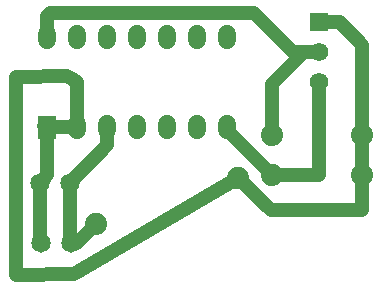
<source format=gbl>
G04 Layer: BottomLayer*
G04 EasyEDA v6.4.31, 2022-03-16 09:40:05*
G04 30f33cc809fd450ca7eb4ca7eccbfc45,10*
G04 Gerber Generator version 0.2*
G04 Scale: 100 percent, Rotated: No, Reflected: No *
G04 Dimensions in millimeters *
G04 leading zeros omitted , absolute positions ,4 integer and 5 decimal *
%FSLAX45Y45*%
%MOMM*%

%ADD11R,1.5748X1.5748*%
%ADD12C,1.5748*%
%ADD13C,1.6510*%
%ADD14C,1.8796*%
%ADD16C,1.5000*%
%ADD17C,1.2000*%

%LPD*%
D17*
X2933700Y4127500D02*
G01*
X3327400Y4127500D01*
X3327400Y4914900D01*
X3695700Y4470400D02*
G01*
X3695700Y4127500D01*
X3695700Y4470400D02*
G01*
X3695700Y5232400D01*
X3505200Y5422900D01*
X3327400Y5422900D01*
X3695700Y4127500D02*
G01*
X3695700Y3835400D01*
X2921000Y3835400D01*
X2648711Y4107942D01*
X2648711Y4107942D02*
G01*
X1257300Y3289300D01*
X767587Y3283457D01*
X767587Y4959857D01*
X1193800Y4965700D01*
X1212616Y4959857D02*
G01*
X1282700Y4921757D01*
X1282700Y4533900D01*
X2933700Y4470400D02*
G01*
X2933700Y4902088D01*
X3200511Y5168900D01*
X2552700Y4533900D02*
G01*
X2552700Y4508500D01*
X2933700Y4127500D01*
X1231900Y3556000D02*
G01*
X1281404Y3556000D01*
X1440779Y3715374D01*
X1219200Y4064000D02*
G01*
X1536700Y4381500D01*
X1536700Y4533900D01*
X1028700Y5295900D02*
G01*
X1028700Y5473700D01*
X1054100Y5499100D01*
X2781300Y5499100D01*
X3111500Y5168900D01*
X3327400Y5168900D01*
X1003300Y4546600D02*
G01*
X1016000Y4533900D01*
X1282700Y4533900D01*
X965200Y4064000D02*
G01*
X1028700Y4127500D01*
X1028700Y4533900D01*
X965200Y4064000D02*
G01*
X965200Y3568700D01*
X977900Y3556000D01*
X1219200Y4064000D02*
G01*
X1219200Y3568700D01*
X1231900Y3556000D01*
D11*
G01*
X3327400Y5422900D03*
D12*
G01*
X3327400Y5168900D03*
G01*
X3327400Y4914900D03*
D13*
G01*
X965200Y4064000D03*
G01*
X1219200Y4064000D03*
G01*
X1231900Y3556000D03*
G01*
X977900Y3556000D03*
D14*
G01*
X3695700Y4470400D03*
G01*
X2933700Y4470400D03*
G01*
X3695700Y4127500D03*
G01*
X2933700Y4127500D03*
G01*
X2648620Y4107825D03*
G01*
X1440779Y3715374D03*
G36*
X953698Y4633899D02*
G01*
X1103701Y4633899D01*
X1103701Y4433900D01*
X953698Y4433900D01*
G37*
D16*
X1282700Y4558898D02*
G01*
X1282700Y4508898D01*
X1536700Y4558898D02*
G01*
X1536700Y4508898D01*
X1790700Y4558898D02*
G01*
X1790700Y4508898D01*
X2044700Y4558898D02*
G01*
X2044700Y4508898D01*
X2298700Y4558898D02*
G01*
X2298700Y4508898D01*
X2552700Y4558898D02*
G01*
X2552700Y4508898D01*
X1028700Y5320898D02*
G01*
X1028700Y5270898D01*
X1282700Y5320898D02*
G01*
X1282700Y5270898D01*
X1536700Y5320898D02*
G01*
X1536700Y5270898D01*
X1790700Y5320898D02*
G01*
X1790700Y5270898D01*
X2044700Y5320898D02*
G01*
X2044700Y5270898D01*
X2298700Y5320898D02*
G01*
X2298700Y5270898D01*
X2552700Y5320898D02*
G01*
X2552700Y5270898D01*
M02*

</source>
